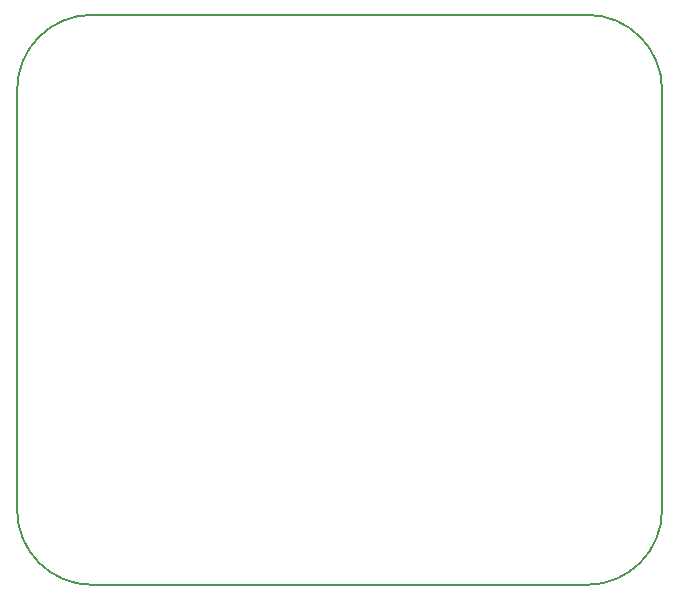
<source format=gko>
%TF.GenerationSoftware,KiCad,Pcbnew,4.0.7-e2-6376~58~ubuntu16.04.1*%
%TF.CreationDate,2018-03-20T08:58:16-07:00*%
%TF.ProjectId,Arduino-Nano-Board,41726475696E6F2D4E616E6F2D426F61,1.0*%
%TF.FileFunction,Profile,NP*%
%FSLAX46Y46*%
G04 Gerber Fmt 4.6, Leading zero omitted, Abs format (unit mm)*
G04 Created by KiCad (PCBNEW 4.0.7-e2-6376~58~ubuntu16.04.1) date Tue Mar 20 08:58:16 2018*
%MOMM*%
%LPD*%
G01*
G04 APERTURE LIST*
%ADD10C,0.350000*%
%ADD11C,0.152400*%
G04 APERTURE END LIST*
D10*
D11*
X63500000Y-93980000D02*
G75*
G03X69850000Y-87630000I0J6350000D01*
G01*
X63500000Y-93980000D02*
X21590000Y-93980000D01*
X21590000Y-45720000D02*
X63500000Y-45720000D01*
X21590000Y-45720000D02*
G75*
G03X15240000Y-52070000I0J-6350000D01*
G01*
X15240000Y-87630000D02*
X15240000Y-52070000D01*
X15240000Y-87630000D02*
G75*
G03X21590000Y-93980000I6350000J0D01*
G01*
X69850000Y-52070000D02*
X69850000Y-87630000D01*
X69850000Y-52070000D02*
G75*
G03X63500000Y-45720000I-6350000J0D01*
G01*
M02*

</source>
